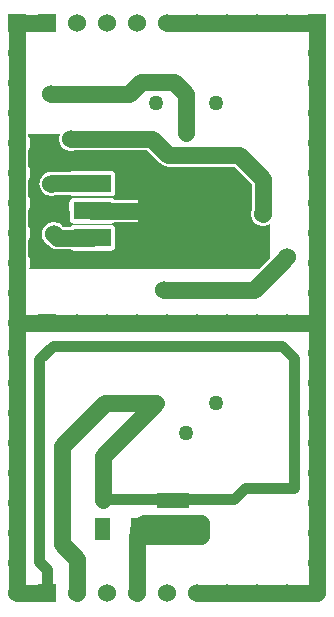
<source format=gbr>
G04 start of page 3 for group 1 idx 1 *
G04 Title: (unknown), solder *
G04 Creator: pcb 20140316 *
G04 CreationDate: Fri 27 Mar 2015 02:49:08 PM GMT UTC *
G04 For: fosse *
G04 Format: Gerber/RS-274X *
G04 PCB-Dimensions (mil): 1250.00 2150.00 *
G04 PCB-Coordinate-Origin: lower left *
%MOIN*%
%FSLAX25Y25*%
%LNBOTTOM*%
%ADD36C,0.0380*%
%ADD35C,0.0225*%
%ADD34C,0.0200*%
%ADD33C,0.0360*%
%ADD32R,0.0560X0.0560*%
%ADD31R,0.1220X0.1220*%
%ADD30R,0.0512X0.0512*%
%ADD29C,0.0600*%
%ADD28C,0.0500*%
%ADD27C,0.0350*%
%ADD26C,0.0550*%
%ADD25C,0.0001*%
G54D25*G36*
X51000Y157000D02*X68500D01*
Y129500D01*
X51000D01*
Y157000D01*
G37*
G36*
X47800Y163250D02*X53947D01*
X58244Y158952D01*
X58340Y158840D01*
X58789Y158457D01*
X58789Y158457D01*
X59292Y158148D01*
X59838Y157923D01*
X60412Y157785D01*
X61000Y157738D01*
X61147Y157750D01*
X82947D01*
X88750Y151947D01*
Y143399D01*
X88684Y143240D01*
X88537Y142628D01*
X88488Y142000D01*
X88537Y141372D01*
X88684Y140760D01*
X88925Y140178D01*
X89254Y139642D01*
X89663Y139163D01*
X90142Y138754D01*
X90678Y138425D01*
X91260Y138184D01*
X91872Y138037D01*
X92500Y137988D01*
X93128Y138037D01*
X93740Y138184D01*
X94322Y138425D01*
X94858Y138754D01*
X95000Y138875D01*
Y127303D01*
X91197Y123500D01*
X47800D01*
Y139250D01*
X52409D01*
X52414Y132165D01*
X52469Y131935D01*
X52559Y131717D01*
X52683Y131516D01*
X52836Y131336D01*
X53016Y131183D01*
X53217Y131059D01*
X53435Y130969D01*
X53665Y130914D01*
X53900Y130900D01*
X66335Y130914D01*
X66565Y130969D01*
X66783Y131059D01*
X66984Y131183D01*
X67164Y131336D01*
X67317Y131516D01*
X67441Y131717D01*
X67531Y131935D01*
X67586Y132165D01*
X67600Y132400D01*
X67586Y153835D01*
X67531Y154065D01*
X67441Y154283D01*
X67317Y154484D01*
X67164Y154664D01*
X66984Y154817D01*
X66783Y154941D01*
X66565Y155031D01*
X66335Y155086D01*
X66100Y155100D01*
X53665Y155086D01*
X53435Y155031D01*
X53217Y154941D01*
X53016Y154817D01*
X52836Y154664D01*
X52683Y154484D01*
X52559Y154283D01*
X52469Y154065D01*
X52414Y153835D01*
X52400Y153600D01*
X52404Y146750D01*
X47800D01*
Y163250D01*
G37*
G36*
X30594Y138701D02*X41935Y138714D01*
X42165Y138769D01*
X42383Y138859D01*
X42584Y138983D01*
X42764Y139136D01*
X42861Y139250D01*
X47800D01*
Y123500D01*
X30594D01*
Y129701D01*
X41935Y129714D01*
X42165Y129769D01*
X42383Y129859D01*
X42584Y129983D01*
X42764Y130136D01*
X42917Y130316D01*
X43041Y130517D01*
X43131Y130735D01*
X43186Y130965D01*
X43200Y131200D01*
X43186Y137035D01*
X43131Y137265D01*
X43041Y137483D01*
X42917Y137684D01*
X42764Y137864D01*
X42584Y138017D01*
X42383Y138141D01*
X42165Y138231D01*
X41935Y138286D01*
X41700Y138300D01*
X30594Y138288D01*
Y138701D01*
G37*
G36*
Y163250D02*X47800D01*
Y146750D01*
X42861D01*
X42764Y146864D01*
X42584Y147017D01*
X42383Y147141D01*
X42165Y147231D01*
X41935Y147286D01*
X41700Y147300D01*
X30594Y147288D01*
Y147801D01*
X41935Y147814D01*
X42165Y147869D01*
X42383Y147959D01*
X42584Y148083D01*
X42764Y148236D01*
X42917Y148416D01*
X43041Y148617D01*
X43131Y148835D01*
X43186Y149065D01*
X43200Y149300D01*
X43186Y155135D01*
X43131Y155365D01*
X43041Y155583D01*
X42917Y155784D01*
X42764Y155964D01*
X42584Y156117D01*
X42383Y156241D01*
X42165Y156331D01*
X41935Y156386D01*
X41700Y156400D01*
X30594Y156388D01*
Y163250D01*
G37*
G36*
X14250Y168500D02*X24792D01*
X24684Y168240D01*
X24537Y167628D01*
X24488Y167000D01*
X24537Y166372D01*
X24684Y165760D01*
X24925Y165178D01*
X25254Y164642D01*
X25663Y164163D01*
X26142Y163754D01*
X26678Y163425D01*
X27260Y163184D01*
X27872Y163037D01*
X28500Y162988D01*
X29128Y163037D01*
X29740Y163184D01*
X29899Y163250D01*
X30594D01*
Y156388D01*
X29265Y156386D01*
X29035Y156331D01*
X28817Y156241D01*
X28616Y156117D01*
X28436Y155964D01*
X28339Y155850D01*
X23098D01*
X22628Y155963D01*
X22000Y156012D01*
X21372Y155963D01*
X20760Y155816D01*
X20178Y155575D01*
X19642Y155246D01*
X19163Y154837D01*
X18754Y154358D01*
X18425Y153822D01*
X18184Y153240D01*
X18037Y152628D01*
X17988Y152000D01*
X18037Y151372D01*
X18184Y150760D01*
X18425Y150178D01*
X18754Y149642D01*
X19163Y149163D01*
X19642Y148754D01*
X20178Y148425D01*
X20760Y148184D01*
X21372Y148037D01*
X22000Y147988D01*
X22628Y148037D01*
X23240Y148184D01*
X23641Y148350D01*
X28339D01*
X28436Y148236D01*
X28616Y148083D01*
X28817Y147959D01*
X29035Y147869D01*
X29265Y147814D01*
X29500Y147800D01*
X30594Y147801D01*
Y147288D01*
X29265Y147286D01*
X29035Y147231D01*
X28817Y147141D01*
X28616Y147017D01*
X28436Y146864D01*
X28283Y146684D01*
X28159Y146483D01*
X28069Y146265D01*
X28014Y146035D01*
X28000Y145800D01*
X28014Y139965D01*
X28069Y139735D01*
X28159Y139517D01*
X28283Y139316D01*
X28436Y139136D01*
X28616Y138983D01*
X28817Y138859D01*
X29035Y138769D01*
X29265Y138714D01*
X29500Y138700D01*
X30594Y138701D01*
Y138288D01*
X29265Y138286D01*
X29035Y138231D01*
X28817Y138141D01*
X28616Y138017D01*
X28436Y137864D01*
X28339Y137750D01*
X25875D01*
X25587Y138087D01*
X25108Y138496D01*
X24572Y138825D01*
X23990Y139066D01*
X23378Y139213D01*
X22750Y139262D01*
X22122Y139213D01*
X21510Y139066D01*
X20928Y138825D01*
X20392Y138496D01*
X19913Y138087D01*
X19504Y137608D01*
X19175Y137072D01*
X18934Y136490D01*
X18787Y135878D01*
X18738Y135250D01*
X18787Y134622D01*
X18934Y134010D01*
X19175Y133428D01*
X19504Y132892D01*
X19913Y132413D01*
X20392Y132004D01*
X20928Y131675D01*
X21088Y131609D01*
X21244Y131452D01*
X21340Y131340D01*
X21789Y130957D01*
X21789Y130957D01*
X22292Y130648D01*
X22838Y130423D01*
X23412Y130285D01*
X24000Y130238D01*
X24147Y130250D01*
X28339D01*
X28436Y130136D01*
X28616Y129983D01*
X28817Y129859D01*
X29035Y129769D01*
X29265Y129714D01*
X29500Y129700D01*
X30594Y129701D01*
Y123500D01*
X14542D01*
X14793Y124105D01*
X14958Y124794D01*
X15000Y125500D01*
X14958Y126206D01*
X14793Y126895D01*
X14522Y127549D01*
X14250Y127993D01*
Y133007D01*
X14522Y133451D01*
X14793Y134105D01*
X14958Y134794D01*
X15000Y135500D01*
X14958Y136206D01*
X14793Y136895D01*
X14522Y137549D01*
X14250Y137993D01*
Y143007D01*
X14522Y143451D01*
X14793Y144105D01*
X14958Y144794D01*
X15000Y145500D01*
X14958Y146206D01*
X14793Y146895D01*
X14522Y147549D01*
X14250Y147993D01*
Y153007D01*
X14522Y153451D01*
X14793Y154105D01*
X14958Y154794D01*
X15000Y155500D01*
X14958Y156206D01*
X14793Y156895D01*
X14522Y157549D01*
X14250Y157993D01*
Y163007D01*
X14522Y163451D01*
X14793Y164105D01*
X14958Y164794D01*
X15000Y165500D01*
X14958Y166206D01*
X14793Y166895D01*
X14522Y167549D01*
X14250Y167993D01*
Y168500D01*
G37*
G54D26*X50500Y15500D02*Y34500D01*
X30500Y15500D02*Y27000D01*
X25500Y32000D01*
G54D27*X18000Y26000D02*X20500Y23500D01*
Y15500D01*
G54D26*X59500Y116500D02*X89500D01*
X100000Y127000D01*
X110500Y205500D02*Y15500D01*
X70500D02*X110500D01*
X60500Y205500D02*X110500D01*
X72000Y39000D02*Y34500D01*
X55500Y167000D02*X61000Y161500D01*
X84500D01*
X92500Y153500D02*X84500Y161500D01*
X35600Y143000D02*X60000D01*
X35600Y152100D02*X22100D01*
X22000Y152000D01*
X35600Y134000D02*X24000D01*
X22750Y135250D01*
X28500Y167000D02*X55500D01*
X22000Y182000D02*X48000D01*
X10500Y15500D02*Y205500D01*
X20500Y15500D02*X10500D01*
Y205500D02*X20500D01*
X48000Y182000D02*X52000Y186000D01*
X63000D01*
X67000Y182000D01*
Y169000D01*
X92500Y142000D02*Y153500D01*
X110500Y105500D02*X10500D01*
X72000Y34500D02*X53405D01*
X50905Y37000D01*
X72000Y39000D02*X52905D01*
X50905Y37000D01*
G54D28*X57000Y79000D03*
X77000D03*
X67000Y69000D03*
G54D29*X30500Y105500D03*
X40500D03*
X50500D03*
X60500D03*
X70500D03*
X80500D03*
X90500D03*
X100500D03*
G54D25*G36*
X7500Y208500D02*Y202500D01*
X13500D01*
Y208500D01*
X7500D01*
G37*
G54D29*X10500Y195500D03*
Y185500D03*
Y175500D03*
Y165500D03*
Y155500D03*
Y145500D03*
Y135500D03*
Y125500D03*
G54D25*G36*
X17500Y208500D02*Y202500D01*
X23500D01*
Y208500D01*
X17500D01*
G37*
G54D29*X30500Y205500D03*
X40500D03*
G54D28*X57000Y179000D03*
X77000D03*
X67000Y169000D03*
G54D25*G36*
X107500Y208500D02*Y202500D01*
X113500D01*
Y208500D01*
X107500D01*
G37*
G54D29*X110500Y195500D03*
Y185500D03*
Y175500D03*
Y165500D03*
Y155500D03*
Y145500D03*
X50500Y205500D03*
X60500D03*
X70500D03*
X80500D03*
X90500D03*
X100500D03*
X110500Y135500D03*
Y125500D03*
Y115500D03*
Y105500D03*
Y95500D03*
Y85500D03*
Y75500D03*
Y65500D03*
Y55500D03*
Y45500D03*
Y35500D03*
Y25500D03*
Y15500D03*
X10500Y115500D03*
Y105500D03*
Y95500D03*
Y85500D03*
Y75500D03*
Y65500D03*
G54D25*G36*
X17500Y108500D02*Y102500D01*
X23500D01*
Y108500D01*
X17500D01*
G37*
G54D29*X10500Y55500D03*
Y45500D03*
Y35500D03*
Y25500D03*
Y15500D03*
G54D25*G36*
X17500Y18500D02*Y12500D01*
X23500D01*
Y18500D01*
X17500D01*
G37*
G54D29*X30500Y15500D03*
X40500D03*
X50500D03*
X60500D03*
X70500D03*
X80500D03*
X90500D03*
X100500D03*
G54D27*X83000Y47000D02*X86500Y50500D01*
G54D30*X50905Y38181D02*Y35819D01*
X59745Y34595D02*X65255D01*
G54D31*X60000Y147500D02*Y138500D01*
G54D27*X99000Y98000D02*X103000Y94000D01*
X18000Y93500D02*X22500Y98000D01*
X99000D01*
X103000Y94000D02*Y50500D01*
X86500D02*X103000D01*
G54D26*X25500Y64500D02*Y32000D01*
G54D30*X39095Y38181D02*Y35819D01*
G54D26*X25500Y64500D02*X40000Y79000D01*
G54D27*X18000Y93500D02*Y26000D01*
G54D30*X59745Y46405D02*X65255D01*
G54D27*X40000Y47000D02*X83000D01*
G54D26*X39095Y56095D02*Y46750D01*
X40000Y79000D02*X57000D01*
X39095Y61095D02*Y55595D01*
Y61095D02*X57000Y79000D01*
G54D32*X32300Y134000D02*X38900D01*
X32300Y143000D02*X38900D01*
X32300Y152100D02*X38900D01*
G54D33*X72000Y39000D03*
X39000Y35000D03*
Y38500D03*
X72000Y34500D03*
X65500Y47000D03*
X56000Y147500D03*
X60000D03*
X64000D03*
Y143500D03*
X60000D03*
X56000D03*
X64000Y151500D03*
X60000D03*
X56000D03*
G54D29*X22000Y152000D03*
Y182000D03*
X28500Y167000D03*
G54D33*X56000Y139500D03*
Y135500D03*
X60000Y139500D03*
Y135500D03*
G54D29*X59500Y116500D03*
G54D33*X64000Y139500D03*
G54D29*X100500Y127500D03*
X92500Y142000D03*
G54D33*X64000Y135500D03*
G54D29*X22750Y135250D03*
G54D34*G54D27*G54D34*G54D27*G54D34*G54D27*G54D34*G54D27*G54D35*G54D36*G54D35*G54D36*M02*

</source>
